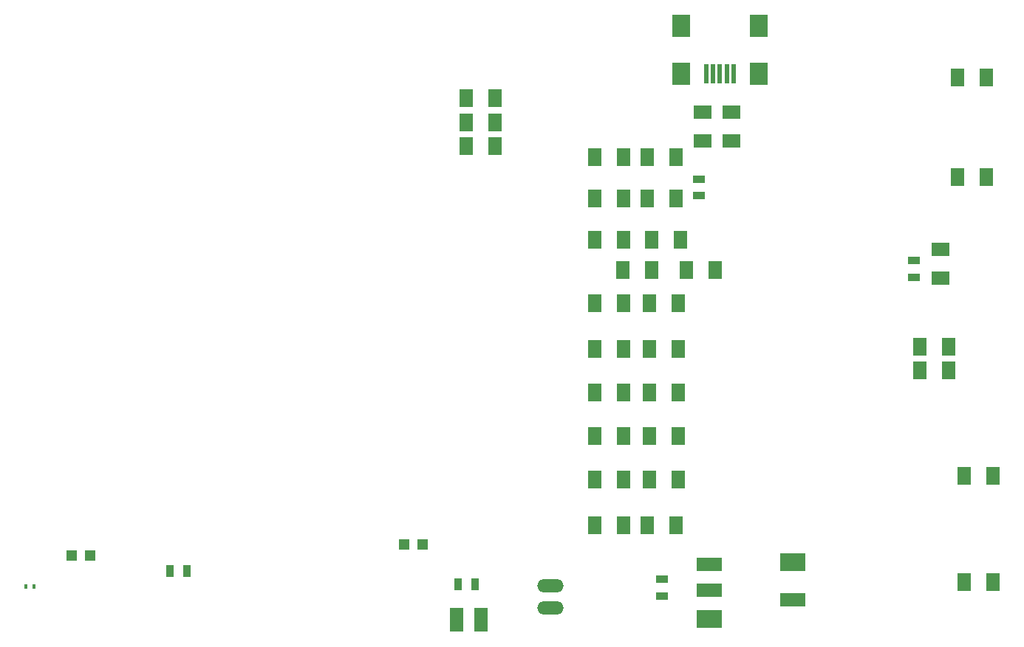
<source format=gtp>
G04 (created by PCBNEW (2013-mar-13)-testing) date mié 28 ago 2013 12:36:51 COT*
%MOIN*%
G04 Gerber Fmt 3.4, Leading zero omitted, Abs format*
%FSLAX34Y34*%
G01*
G70*
G90*
G04 APERTURE LIST*
%ADD10C,0.005906*%
%ADD11R,0.060000X0.080000*%
%ADD12R,0.080000X0.060000*%
%ADD13R,0.055000X0.035000*%
%ADD14R,0.035000X0.055000*%
%ADD15R,0.015700X0.023600*%
%ADD16R,0.078700X0.098400*%
%ADD17R,0.019700X0.090600*%
%ADD18O,0.118700X0.059300*%
%ADD19R,0.063000X0.106000*%
%ADD20R,0.047200X0.047200*%
%ADD21R,0.118110X0.059055*%
%ADD22R,0.118110X0.078740*%
G04 APERTURE END LIST*
G54D10*
G54D11*
X66378Y-34154D03*
X67678Y-34154D03*
G54D12*
X72540Y-17559D03*
X72540Y-18859D03*
X71260Y-17559D03*
X71260Y-18859D03*
X81988Y-23760D03*
X81988Y-25060D03*
G54D11*
X66378Y-26181D03*
X67678Y-26181D03*
X67657Y-24705D03*
X68957Y-24705D03*
X66378Y-32185D03*
X67678Y-32185D03*
X66378Y-30217D03*
X67678Y-30217D03*
X66378Y-28248D03*
X67678Y-28248D03*
X68838Y-26181D03*
X70138Y-26181D03*
X66378Y-23327D03*
X67678Y-23327D03*
X66378Y-21457D03*
X67678Y-21457D03*
X66378Y-19587D03*
X67678Y-19587D03*
X68740Y-36221D03*
X70040Y-36221D03*
X68838Y-34154D03*
X70138Y-34154D03*
X68838Y-32185D03*
X70138Y-32185D03*
X68838Y-30217D03*
X70138Y-30217D03*
X68838Y-28248D03*
X70138Y-28248D03*
X71812Y-24705D03*
X70512Y-24705D03*
X70237Y-23327D03*
X68937Y-23327D03*
X70040Y-21457D03*
X68740Y-21457D03*
X70040Y-19587D03*
X68740Y-19587D03*
X61871Y-16929D03*
X60571Y-16929D03*
X61871Y-18012D03*
X60571Y-18012D03*
X61871Y-19095D03*
X60571Y-19095D03*
G54D13*
X69400Y-39425D03*
X69400Y-38675D03*
G54D14*
X60975Y-38900D03*
X60225Y-38900D03*
G54D15*
X40723Y-39000D03*
X41077Y-39000D03*
G54D13*
X80791Y-24274D03*
X80791Y-25024D03*
G54D11*
X66378Y-36221D03*
X67678Y-36221D03*
G54D13*
X71063Y-21340D03*
X71063Y-20590D03*
G54D14*
X47975Y-38300D03*
X47225Y-38300D03*
G54D16*
X70275Y-13666D03*
X73779Y-13666D03*
X73779Y-15831D03*
X70275Y-15831D03*
G54D17*
X72027Y-15831D03*
X72342Y-15831D03*
X71712Y-15830D03*
X72657Y-15831D03*
X71397Y-15831D03*
G54D18*
X64370Y-39969D03*
X64370Y-38969D03*
G54D19*
X60150Y-40500D03*
X61250Y-40500D03*
G54D20*
X58613Y-37100D03*
X57787Y-37100D03*
X43613Y-37600D03*
X42787Y-37600D03*
G54D11*
X81043Y-28150D03*
X82343Y-28150D03*
X81043Y-29233D03*
X82343Y-29233D03*
X83050Y-38800D03*
X84350Y-38800D03*
X83050Y-34000D03*
X84350Y-34000D03*
X82750Y-16000D03*
X84050Y-16000D03*
X82750Y-20500D03*
X84050Y-20500D03*
G54D21*
X75300Y-39581D03*
G54D22*
X75300Y-37888D03*
X71559Y-40447D03*
G54D21*
X71559Y-38006D03*
X71559Y-39148D03*
M02*

</source>
